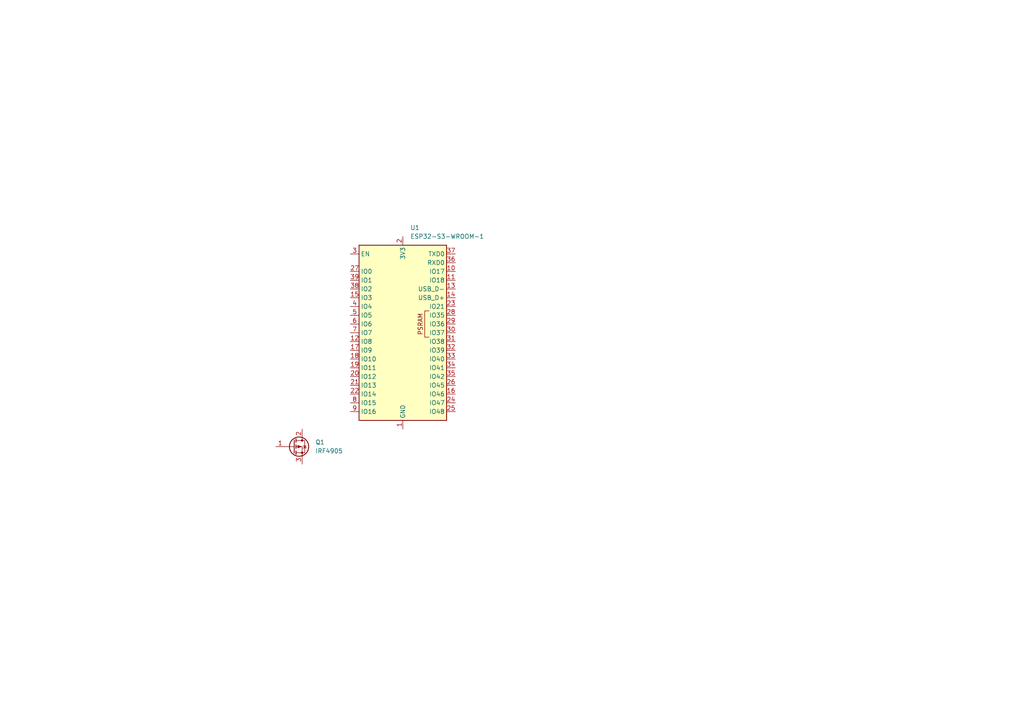
<source format=kicad_sch>
(kicad_sch (version 20250114) (generator "eeschema") (generator_version "9.0")
  (paper "A4")
  (lib_symbols
    (symbol "RF_Module:ESP32-S3-WROOM-1"
      (property "Reference" "U" (at -12.7 26.67 0))
      (property "Value" "ESP32-S3-WROOM-1" (at 12.7 26.67 0))
      (symbol "ESP32-S3-WROOM-1_0_0"
        (rectangle (start -12.7 25.4) (end 12.7 -25.4) (stroke (width 0.254)) (fill (type background)))
        (text "PSRAM" (at 5.08 2.54 900) (effects (font (size 1.27 1.27))))
      )
      (symbol "ESP32-S3-WROOM-1_0_1"
        (polyline (pts (xy 7.62 -1.27) (xy 6.35 -1.27) (xy 6.35 6.35) (xy 7.62 6.35)))
      )
      (symbol "ESP32-S3-WROOM-1_1_1"
        (pin input line (at -15.24 22.86 0) (length 2.54) (name "EN") (number "3"))
        (pin bidirectional line (at -15.24 17.78 0) (length 2.54) (name "IO0") (number "27"))
        (pin bidirectional line (at -15.24 15.24 0) (length 2.54) (name "IO1") (number "39"))
        (pin bidirectional line (at -15.24 12.7 0) (length 2.54) (name "IO2") (number "38"))
        (pin bidirectional line (at -15.24 10.16 0) (length 2.54) (name "IO3") (number "15"))
        (pin bidirectional line (at -15.24 7.62 0) (length 2.54) (name "IO4") (number "4"))
        (pin bidirectional line (at -15.24 5.08 0) (length 2.54) (name "IO5") (number "5"))
        (pin bidirectional line (at -15.24 2.54 0) (length 2.54) (name "IO6") (number "6"))
        (pin bidirectional line (at -15.24 0 0) (length 2.54) (name "IO7") (number "7"))
        (pin bidirectional line (at -15.24 -2.54 0) (length 2.54) (name "IO8") (number "12"))
        (pin bidirectional line (at -15.24 -5.08 0) (length 2.54) (name "IO9") (number "17"))
        (pin bidirectional line (at -15.24 -7.62 0) (length 2.54) (name "IO10") (number "18"))
        (pin bidirectional line (at -15.24 -10.16 0) (length 2.54) (name "IO11") (number "19"))
        (pin bidirectional line (at -15.24 -12.7 0) (length 2.54) (name "IO12") (number "20"))
        (pin bidirectional line (at -15.24 -15.24 0) (length 2.54) (name "IO13") (number "21"))
        (pin bidirectional line (at -15.24 -17.78 0) (length 2.54) (name "IO14") (number "22"))
        (pin bidirectional line (at -15.24 -20.32 0) (length 2.54) (name "IO15") (number "8"))
        (pin bidirectional line (at -15.24 -22.86 0) (length 2.54) (name "IO16") (number "9"))
        (pin power_in line (at 0 27.94 270) (length 2.54) (name "3V3") (number "2"))
        (pin power_in line (at 0 -27.94 90) (length 2.54) (name "GND") (number "1"))
        (pin passive line (at 0 -27.94 90) (length 2.54) (hide yes) (name "GND") (number "40"))
        (pin passive line (at 0 -27.94 90) (length 2.54) (hide yes) (name "GND") (number "41"))
        (pin bidirectional line (at 15.24 22.86 180) (length 2.54) (name "TXD0") (number "37"))
        (pin bidirectional line (at 15.24 20.32 180) (length 2.54) (name "RXD0") (number "36"))
        (pin bidirectional line (at 15.24 17.78 180) (length 2.54) (name "IO17") (number "10"))
        (pin bidirectional line (at 15.24 15.24 180) (length 2.54) (name "IO18") (number "11"))
        (pin bidirectional line (at 15.24 12.7 180) (length 2.54) (name "USB_D-") (number "13"))
        (pin bidirectional line (at 15.24 10.16 180) (length 2.54) (name "USB_D+") (number "14"))
        (pin bidirectional line (at 15.24 7.62 180) (length 2.54) (name "IO21") (number "23"))
        (pin bidirectional line (at 15.24 5.08 180) (length 2.54) (name "IO35") (number "28"))
        (pin bidirectional line (at 15.24 2.54 180) (length 2.54) (name "IO36") (number "29"))
        (pin bidirectional line (at 15.24 0 180) (length 2.54) (name "IO37") (number "30"))
        (pin bidirectional line (at 15.24 -2.54 180) (length 2.54) (name "IO38") (number "31"))
        (pin bidirectional line (at 15.24 -5.08 180) (length 2.54) (name "IO39") (number "32"))
        (pin bidirectional line (at 15.24 -7.62 180) (length 2.54) (name "IO40") (number "33"))
        (pin bidirectional line (at 15.24 -10.16 180) (length 2.54) (name "IO41") (number "34"))
        (pin bidirectional line (at 15.24 -12.7 180) (length 2.54) (name "IO42") (number "35"))
        (pin bidirectional line (at 15.24 -15.24 180) (length 2.54) (name "IO45") (number "26"))
        (pin bidirectional line (at 15.24 -17.78 180) (length 2.54) (name "IO46") (number "16"))
        (pin bidirectional line (at 15.24 -20.32 180) (length 2.54) (name "IO47") (number "24"))
        (pin bidirectional line (at 15.24 -22.86 180) (length 2.54) (name "IO48") (number "25"))
      )
    )
    (symbol "Transistor_FET:IRF4905" (pin_names (hide yes))
      (property "Reference" "Q" (at 5.08 1.905 0))
      (property "Value" "IRF4905" (at 5.08 0 0))
      (symbol "IRF4905_0_1"
        (polyline (pts (xy 0.254 1.905) (xy 0.254 -1.905)) (stroke (width 0.254)))
        (polyline (pts (xy 0.254 0) (xy -2.54 0)))
        (polyline (pts (xy 0.762 2.286) (xy 0.762 1.27)) (stroke (width 0.254)))
        (polyline (pts (xy 0.762 1.778) (xy 3.302 1.778) (xy 3.302 -1.778) (xy 0.762 -1.778)))
        (polyline (pts (xy 0.762 0.508) (xy 0.762 -0.508)) (stroke (width 0.254)))
        (polyline (pts (xy 0.762 -1.27) (xy 0.762 -2.286)) (stroke (width 0.254)))
        (circle (center 1.651 0) (radius 2.794) (stroke (width 0.254)))
        (polyline (pts (xy 2.286 0) (xy 1.27 0.381) (xy 1.27 -0.381) (xy 2.286 0)) (fill (type outline)))
        (polyline (pts (xy 2.54 2.54) (xy 2.54 1.778)))
        (circle (center 2.54 1.778) (radius 0.254) (fill (type outline)))
        (circle (center 2.54 -1.778) (radius 0.254) (fill (type outline)))
        (polyline (pts (xy 2.54 -2.54) (xy 2.54 0) (xy 0.762 0)))
        (polyline (pts (xy 2.794 -0.508) (xy 2.921 -0.381) (xy 3.683 -0.381) (xy 3.81 -0.254)))
        (polyline (pts (xy 3.302 -0.381) (xy 2.921 0.254) (xy 3.683 0.254) (xy 3.302 -0.381)))
      )
      (symbol "IRF4905_1_1"
        (pin input line (at -5.08 0 0) (length 2.54) (name "G") (number "1"))
        (pin passive line (at 2.54 5.08 270) (length 2.54) (name "D") (number "2"))
        (pin passive line (at 2.54 -5.08 90) (length 2.54) (name "S") (number "3"))
      )
    )
  )
  (symbol (lib_id "Transistor_FET:IRF4905") (at 85.09 129.54 0) (unit 1)
    (property "Reference" "Q1" (at 91.44 128.2699 0) (effects (justify left)))
    (property "Value" "IRF4905" (at 91.44 130.8099 0) (effects (justify left)))
    (property "Footprint" "Package_TO_SOT_THT:TO-220-3_Vertical" (effects (hide yes)))
    (property "Datasheet" "http://www.infineon.com/dgdl/irf4905.pdf?fileId=5546d462533600a4015355e32165197c" (effects (hide yes)))
    (property "Description" "-74A Id, -55V Vds, Single P-Channel HEXFET Power MOSFET, 20mOhm Ron, TO-220AB" (effects (hide yes)))
  )
  (symbol (lib_id "RF_Module:ESP32-S3-WROOM-1") (at 116.84 96.52 0) (unit 1)
    (property "Reference" "U1" (at 118.9833 66.04 0) (effects (justify left)))
    (property "Value" "ESP32-S3-WROOM-1" (at 118.9833 68.58 0) (effects (justify left)))
    (property "Footprint" "RF_Module:ESP32-S3-WROOM-1" (effects (hide yes)))
    (property "Datasheet" "https://www.espressif.com/sites/default/files/documentation/esp32-s3-wroom-1_wroom-1u_datasheet_en.pdf" (effects (hide yes)))
    (property "Description" "RF Module, ESP32-S3 SoC, Wi-Fi 802.11b/g/n, Bluetooth, BLE, 32-bit, 3.3V, onboard antenna, SMD" (effects (hide yes)))
  )
)
</source>
